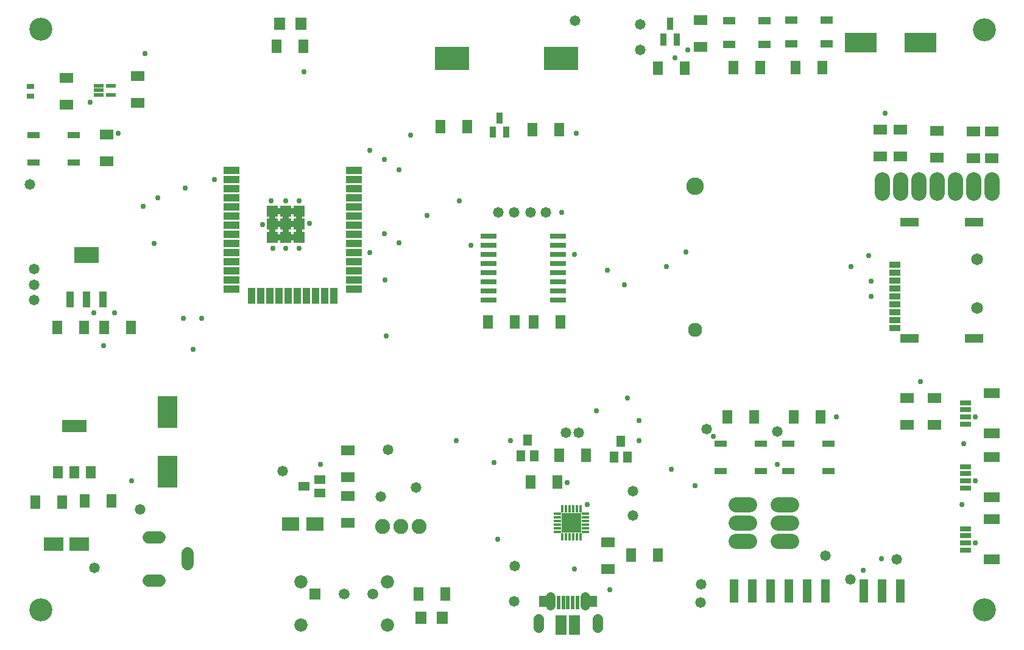
<source format=gbr>
G04 EAGLE Gerber RS-274X export*
G75*
%MOMM*%
%FSLAX34Y34*%
%LPD*%
%INSoldermask Top*%
%IPPOS*%
%AMOC8*
5,1,8,0,0,1.08239X$1,22.5*%
G01*
%ADD10C,3.203200*%
%ADD11R,2.203200X1.103200*%
%ADD12R,1.103200X2.203200*%
%ADD13R,1.533200X1.533200*%
%ADD14C,0.911200*%
%ADD15R,1.400000X1.900000*%
%ADD16R,1.900000X1.400000*%
%ADD17R,1.500000X1.700000*%
%ADD18R,1.727200X0.965200*%
%ADD19C,1.473200*%
%ADD20R,1.203200X3.203200*%
%ADD21R,1.117600X0.457200*%
%ADD22R,0.457200X1.117600*%
%ADD23R,2.743200X2.743200*%
%ADD24R,1.203200X1.603200*%
%ADD25R,1.603200X1.203200*%
%ADD26R,2.387600X1.854200*%
%ADD27R,1.104800X2.269200*%
%ADD28R,3.404800X2.269200*%
%ADD29R,1.353200X0.553200*%
%ADD30R,1.092200X0.755700*%
%ADD31R,0.838200X1.600200*%
%ADD32R,4.703200X3.203200*%
%ADD33R,2.203200X1.403200*%
%ADD34R,1.553200X0.803200*%
%ADD35R,1.703200X1.103200*%
%ADD36R,0.812800X1.778000*%
%ADD37R,4.503200X2.703200*%
%ADD38R,2.286000X0.736600*%
%ADD39C,1.958200*%
%ADD40C,2.453200*%
%ADD41R,1.600200X0.812800*%
%ADD42R,2.590800X1.295400*%
%ADD43C,1.651000*%
%ADD44C,2.082800*%
%ADD45R,2.205431X1.646941*%
%ADD46R,2.197381X1.646731*%
%ADD47R,0.603200X1.953200*%
%ADD48R,1.578200X2.703200*%
%ADD49C,1.361200*%
%ADD50C,1.411200*%
%ADD51C,2.082800*%
%ADD52C,1.711200*%
%ADD53R,1.403200X1.803200*%
%ADD54R,3.503200X1.803200*%
%ADD55C,1.838200*%
%ADD56R,1.501200X1.501200*%
%ADD57C,1.501200*%
%ADD58R,2.764600X1.833200*%
%ADD59R,2.703200X4.503200*%
%ADD60C,0.762000*%


D10*
X1352550Y847090D03*
X1352550Y40640D03*
X40640Y848360D03*
X40640Y40640D03*
D11*
X306160Y652040D03*
X306160Y639340D03*
X306160Y626640D03*
X306160Y613940D03*
X306160Y601240D03*
X306160Y588540D03*
X306160Y575840D03*
X306160Y563140D03*
X306160Y550440D03*
X306160Y537740D03*
X306160Y525040D03*
X306160Y512340D03*
X306160Y499640D03*
X306160Y486940D03*
D12*
X334010Y476940D03*
X346710Y476940D03*
X359410Y476940D03*
X372110Y476940D03*
X384810Y476940D03*
X397510Y476940D03*
X410210Y476940D03*
X422910Y476940D03*
X435610Y476940D03*
X448310Y476940D03*
D11*
X476160Y486940D03*
X476160Y499640D03*
X476160Y512340D03*
X476160Y525040D03*
X476160Y537740D03*
X476160Y550440D03*
X476160Y563140D03*
X476160Y575840D03*
X476160Y588540D03*
X476160Y601240D03*
X476160Y613940D03*
X476160Y626640D03*
X476160Y639340D03*
X476160Y652040D03*
D13*
X362810Y595390D03*
X381160Y595390D03*
X399510Y595390D03*
X362810Y577040D03*
X381160Y577040D03*
X399510Y577040D03*
X362810Y558690D03*
X381160Y558690D03*
X399510Y558690D03*
D14*
X371985Y595390D03*
X390335Y595390D03*
X362810Y586215D03*
X381160Y586215D03*
X399510Y586215D03*
X371985Y577040D03*
X390335Y577040D03*
X362810Y567865D03*
X381160Y567865D03*
X399510Y567865D03*
X371985Y558690D03*
X390335Y558690D03*
D15*
X1031960Y308610D03*
X994960Y308610D03*
D16*
X1244600Y297730D03*
X1244600Y334730D03*
X1282700Y297730D03*
X1282700Y334730D03*
D17*
X372350Y855980D03*
X402350Y855980D03*
D15*
X368850Y824230D03*
X405850Y824230D03*
D17*
X569200Y29210D03*
X599200Y29210D03*
D15*
X565700Y62230D03*
X602700Y62230D03*
X1087670Y308610D03*
X1124670Y308610D03*
D18*
X1079500Y271780D03*
X1135380Y271780D03*
X1079500Y233680D03*
X1135380Y233680D03*
X985520Y271780D03*
X1041400Y271780D03*
X985520Y233680D03*
X1041400Y233680D03*
D19*
X1064260Y288290D03*
X966470Y292100D03*
D20*
X1080770Y66510D03*
X1106170Y66510D03*
X1131570Y66510D03*
X1055370Y66510D03*
X1029970Y66510D03*
X1004570Y66510D03*
D19*
X1131570Y115570D03*
X957580Y50800D03*
X958850Y76200D03*
X1165860Y82550D03*
X1230630Y110490D03*
D20*
X1184910Y66510D03*
X1210310Y66510D03*
X1235710Y66510D03*
D15*
X798280Y255270D03*
X761280Y255270D03*
X721910Y218440D03*
X758910Y218440D03*
D21*
X759079Y173793D03*
X759079Y168792D03*
X759079Y163791D03*
X759079Y158789D03*
X759079Y153788D03*
X759079Y148787D03*
D22*
X766007Y141859D03*
X771008Y141859D03*
X776009Y141859D03*
X781011Y141859D03*
X786012Y141859D03*
X791013Y141859D03*
D21*
X797941Y148787D03*
X797941Y153788D03*
X797941Y158789D03*
X797941Y163791D03*
X797941Y168792D03*
X797941Y173793D03*
D22*
X791013Y180721D03*
X786012Y180721D03*
X781011Y180721D03*
X776009Y180721D03*
X771008Y180721D03*
X766007Y180721D03*
D23*
X778510Y161290D03*
D15*
X861610Y116840D03*
X898610Y116840D03*
D16*
X829310Y134070D03*
X829310Y97070D03*
D24*
X847090Y275160D03*
X856590Y253160D03*
X837590Y253160D03*
X717550Y276430D03*
X727050Y254430D03*
X708050Y254430D03*
D19*
X698500Y52070D03*
X699770Y101600D03*
X863600Y205740D03*
X863600Y171450D03*
X770890Y287020D03*
X788670Y287020D03*
D16*
X467360Y198840D03*
X467360Y161840D03*
X467360Y262340D03*
X467360Y225340D03*
D25*
X406830Y212090D03*
X428830Y221590D03*
X428830Y202590D03*
D26*
X388112Y160020D03*
X422148Y160020D03*
D19*
X513080Y198120D03*
X377190Y233680D03*
X562610Y210820D03*
X523240Y262890D03*
D27*
X81140Y472162D03*
X104140Y472162D03*
X127140Y472162D03*
D28*
X104140Y533678D03*
D15*
X101050Y433070D03*
X64050Y433070D03*
X128820Y433070D03*
X165820Y433070D03*
D19*
X31750Y514350D03*
X31750Y492760D03*
X31750Y471170D03*
D16*
X175260Y783040D03*
X175260Y746040D03*
D29*
X121040Y769770D03*
X121040Y763270D03*
X121040Y756770D03*
X138040Y756770D03*
X138040Y769770D03*
D30*
X26670Y755238D03*
X26670Y768763D03*
D16*
X76200Y743500D03*
X76200Y780500D03*
D18*
X86360Y662940D03*
X30480Y662940D03*
X86360Y701040D03*
X30480Y701040D03*
D16*
X132080Y664760D03*
X132080Y701760D03*
D19*
X25400Y632460D03*
D31*
X668680Y705210D03*
X687680Y705210D03*
X678180Y724810D03*
D15*
X724450Y708660D03*
X761450Y708660D03*
X596180Y712470D03*
X633180Y712470D03*
D32*
X764340Y807720D03*
X612340Y807720D03*
D19*
X783590Y859790D03*
D33*
X1362630Y110430D03*
X1362630Y166430D03*
D34*
X1325880Y123430D03*
X1325880Y133430D03*
X1325880Y143430D03*
X1325880Y153430D03*
D33*
X1362630Y196790D03*
X1362630Y252790D03*
D34*
X1325880Y209790D03*
X1325880Y219790D03*
X1325880Y229790D03*
X1325880Y239790D03*
D33*
X1362630Y285690D03*
X1362630Y341690D03*
D34*
X1325880Y298690D03*
X1325880Y308690D03*
X1325880Y318690D03*
X1325880Y328690D03*
D35*
X1046850Y826780D03*
X1046850Y859780D03*
X997850Y826780D03*
X997850Y859780D03*
D36*
X906145Y833628D03*
X925195Y833628D03*
X915670Y855472D03*
D37*
X1263240Y829310D03*
X1180240Y829310D03*
D15*
X898440Y793750D03*
X935440Y793750D03*
D16*
X957580Y860510D03*
X957580Y823510D03*
D35*
X1133210Y828050D03*
X1133210Y861050D03*
X1084210Y828050D03*
X1084210Y861050D03*
D15*
X1003850Y795020D03*
X1040850Y795020D03*
X1090210Y795020D03*
X1127210Y795020D03*
D19*
X873760Y819150D03*
X873760Y854710D03*
D38*
X662813Y560070D03*
X662813Y547370D03*
X662813Y534670D03*
X662813Y521970D03*
X662813Y509270D03*
X662813Y496570D03*
X662813Y483870D03*
X662813Y471170D03*
X759587Y471170D03*
X759587Y483870D03*
X759587Y496570D03*
X759587Y509270D03*
X759587Y521970D03*
X759587Y534670D03*
X759587Y547370D03*
X759587Y560070D03*
D39*
X949960Y429590D03*
D40*
X949960Y629590D03*
D15*
X662220Y440690D03*
X699220Y440690D03*
X762720Y440690D03*
X725720Y440690D03*
D19*
X676910Y593090D03*
X721360Y593090D03*
X698500Y593090D03*
X742950Y593090D03*
D41*
X1228112Y520160D03*
X1228112Y509160D03*
X1228112Y498160D03*
X1228112Y487160D03*
X1228112Y476160D03*
X1228112Y465160D03*
X1228112Y454160D03*
X1228112Y443160D03*
X1228112Y432160D03*
D42*
X1248112Y418360D03*
X1248112Y579860D03*
X1338112Y418360D03*
X1338112Y579860D03*
D43*
X1342390Y460248D03*
X1342390Y528320D03*
D16*
X1362710Y705570D03*
X1362710Y668570D03*
X1337310Y705570D03*
X1337310Y668570D03*
X1286510Y706840D03*
X1286510Y669840D03*
X1207770Y671110D03*
X1207770Y708110D03*
X1235710Y671110D03*
X1235710Y708110D03*
D44*
X1210310Y639318D02*
X1210310Y620522D01*
X1235710Y620522D02*
X1235710Y639318D01*
X1261110Y639318D02*
X1261110Y620522D01*
X1286510Y620522D02*
X1286510Y639318D01*
X1311910Y639318D02*
X1311910Y620522D01*
X1337310Y620522D02*
X1337310Y639318D01*
X1362710Y639318D02*
X1362710Y620522D01*
D45*
X744403Y52355D03*
D46*
X802443Y52356D03*
D47*
X760430Y50340D03*
X766930Y50340D03*
X773430Y50340D03*
X779930Y50340D03*
X786430Y50340D03*
D48*
X764055Y19590D03*
X782805Y19590D03*
D49*
X749180Y46600D02*
X749180Y58180D01*
X797680Y58180D02*
X797680Y46600D01*
D50*
X814430Y27630D02*
X814430Y15550D01*
X732430Y15550D02*
X732430Y27630D01*
D44*
X1065022Y135890D02*
X1083818Y135890D01*
X1083818Y161290D02*
X1065022Y161290D01*
X1065022Y186690D02*
X1083818Y186690D01*
X1025398Y135890D02*
X1006602Y135890D01*
X1006602Y161290D02*
X1025398Y161290D01*
X1025398Y186690D02*
X1006602Y186690D01*
D51*
X515620Y156210D03*
X541020Y156210D03*
X566420Y156210D03*
D52*
X205660Y141200D02*
X190580Y141200D01*
X190580Y81200D02*
X205660Y81200D01*
X245120Y103660D02*
X245120Y118740D01*
D53*
X64630Y232160D03*
X87630Y232160D03*
X110630Y232160D03*
D54*
X87630Y296160D03*
D15*
X33570Y190500D03*
X70570Y190500D03*
X102150Y191770D03*
X139150Y191770D03*
D55*
X402280Y19530D03*
X522280Y19530D03*
X522280Y79530D03*
X402280Y79530D03*
D56*
X422280Y62030D03*
D57*
X462280Y62030D03*
X502280Y62030D03*
D58*
X58517Y132080D03*
X93883Y132080D03*
D59*
X217170Y232820D03*
X217170Y315820D03*
D19*
X115570Y99060D03*
X179070Y180340D03*
D60*
X360680Y609600D03*
X381000Y609600D03*
X400050Y609600D03*
X414020Y577850D03*
X400050Y543560D03*
X381000Y543560D03*
X363220Y543560D03*
X349250Y576580D03*
X1320800Y186690D03*
X1323340Y271780D03*
X764540Y593090D03*
X831850Y68580D03*
X143510Y453390D03*
X114300Y453390D03*
X281940Y639340D03*
X638810Y547370D03*
X939800Y819150D03*
X782320Y97070D03*
X1214120Y731520D03*
X1263650Y358140D03*
X1146810Y308610D03*
X1339850Y133350D03*
X1339850Y219710D03*
X1339850Y308610D03*
X675640Y138430D03*
X241935Y626745D03*
X238760Y445770D03*
X252730Y402590D03*
X618490Y275590D03*
X693420Y275590D03*
X872490Y275590D03*
X1064260Y242570D03*
X872490Y303530D03*
X975360Y281940D03*
X203200Y613410D03*
X185420Y814070D03*
X922295Y808715D03*
X198120Y549910D03*
X828040Y513080D03*
X1195070Y497840D03*
X497840Y537210D03*
X497840Y679450D03*
X937260Y538480D03*
X1191260Y533400D03*
X518160Y563880D03*
X518160Y666750D03*
X910590Y518160D03*
X1167130Y518160D03*
X1195070Y476250D03*
X852170Y492760D03*
X538480Y652780D03*
X538480Y551180D03*
X1209040Y111760D03*
X812800Y317500D03*
X855980Y335280D03*
X1183640Y95250D03*
X949960Y213360D03*
X916940Y236220D03*
X622300Y609600D03*
X577850Y589280D03*
X429260Y242570D03*
X128270Y407670D03*
X784860Y703580D03*
X670560Y245110D03*
X182880Y601980D03*
X109220Y746760D03*
X148590Y703580D03*
X519430Y499110D03*
X554990Y701040D03*
X520700Y421640D03*
X264160Y445770D03*
X406400Y788670D03*
X800100Y186690D03*
X772160Y217170D03*
X782320Y534670D03*
X167365Y219985D03*
M02*

</source>
